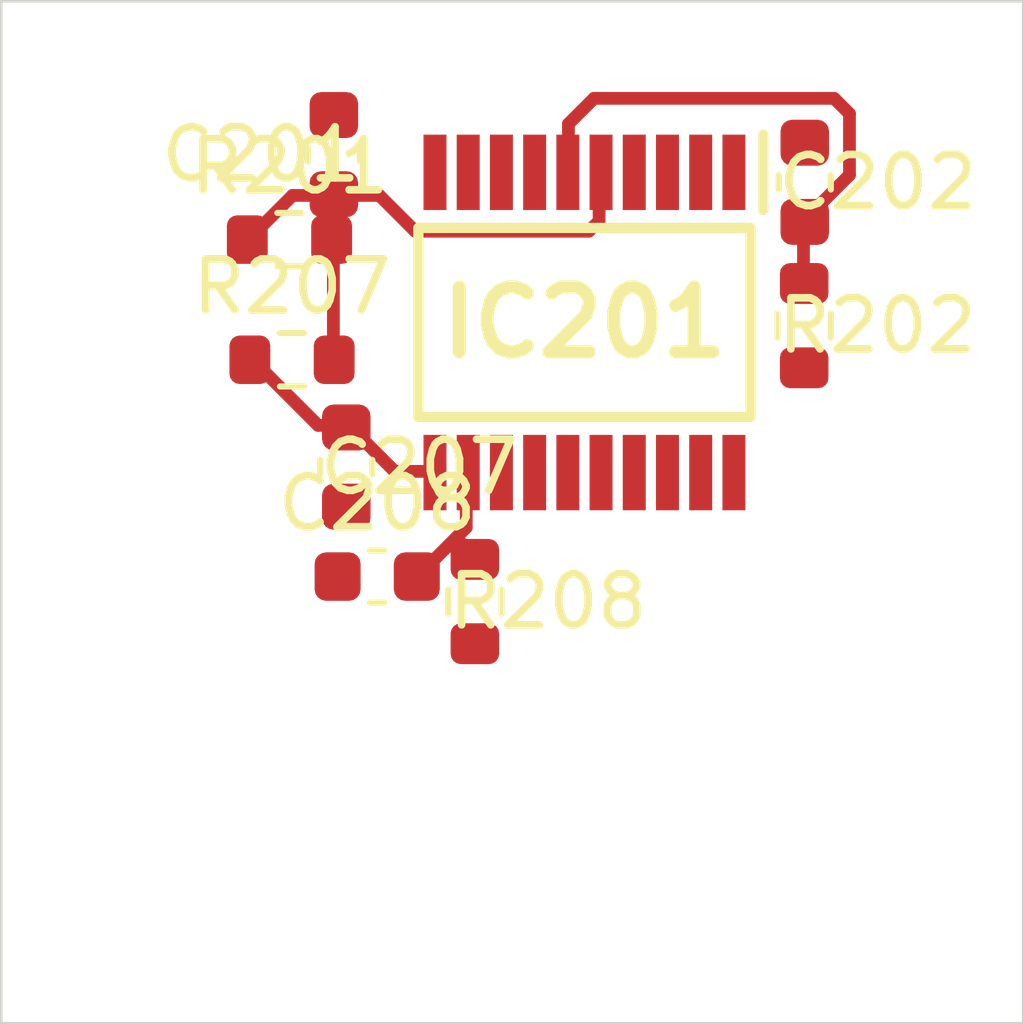
<source format=kicad_pcb>
 ( kicad_pcb  ( version 20171130 )
 ( host pcbnew 5.1.12-84ad8e8a86~92~ubuntu18.04.1 )
 ( general  ( thickness 1.6 )
 ( drawings 4 )
 ( tracks 0 )
 ( zones 0 )
 ( modules 9 )
 ( nets 19 )
)
 ( page A4 )
 ( layers  ( 0 F.Cu signal )
 ( 31 B.Cu signal )
 ( 32 B.Adhes user )
 ( 33 F.Adhes user )
 ( 34 B.Paste user )
 ( 35 F.Paste user )
 ( 36 B.SilkS user )
 ( 37 F.SilkS user )
 ( 38 B.Mask user )
 ( 39 F.Mask user )
 ( 40 Dwgs.User user )
 ( 41 Cmts.User user )
 ( 42 Eco1.User user )
 ( 43 Eco2.User user )
 ( 44 Edge.Cuts user )
 ( 45 Margin user )
 ( 46 B.CrtYd user )
 ( 47 F.CrtYd user )
 ( 48 B.Fab user )
 ( 49 F.Fab user )
)
 ( setup  ( last_trace_width 0.25 )
 ( trace_clearance 0.2 )
 ( zone_clearance 0.508 )
 ( zone_45_only no )
 ( trace_min 0.2 )
 ( via_size 0.8 )
 ( via_drill 0.4 )
 ( via_min_size 0.4 )
 ( via_min_drill 0.3 )
 ( uvia_size 0.3 )
 ( uvia_drill 0.1 )
 ( uvias_allowed no )
 ( uvia_min_size 0.2 )
 ( uvia_min_drill 0.1 )
 ( edge_width 0.05 )
 ( segment_width 0.2 )
 ( pcb_text_width 0.3 )
 ( pcb_text_size 1.5 1.5 )
 ( mod_edge_width 0.12 )
 ( mod_text_size 1 1 )
 ( mod_text_width 0.15 )
 ( pad_size 1.524 1.524 )
 ( pad_drill 0.762 )
 ( pad_to_mask_clearance 0 )
 ( aux_axis_origin 0 0 )
 ( visible_elements FFFFFF7F )
 ( pcbplotparams  ( layerselection 0x010fc_ffffffff )
 ( usegerberextensions false )
 ( usegerberattributes true )
 ( usegerberadvancedattributes true )
 ( creategerberjobfile true )
 ( excludeedgelayer true )
 ( linewidth 0.100000 )
 ( plotframeref false )
 ( viasonmask false )
 ( mode 1 )
 ( useauxorigin false )
 ( hpglpennumber 1 )
 ( hpglpenspeed 20 )
 ( hpglpendiameter 15.000000 )
 ( psnegative false )
 ( psa4output false )
 ( plotreference true )
 ( plotvalue true )
 ( plotinvisibletext false )
 ( padsonsilk false )
 ( subtractmaskfromsilk false )
 ( outputformat 1 )
 ( mirror false )
 ( drillshape 1 )
 ( scaleselection 1 )
 ( outputdirectory "" )
)
)
 ( net 0 "" )
 ( net 1 GND )
 ( net 2 /Sheet6235D886/ch0 )
 ( net 3 /Sheet6235D886/ch1 )
 ( net 4 /Sheet6235D886/ch2 )
 ( net 5 /Sheet6235D886/ch3 )
 ( net 6 /Sheet6235D886/ch4 )
 ( net 7 /Sheet6235D886/ch5 )
 ( net 8 /Sheet6235D886/ch6 )
 ( net 9 /Sheet6235D886/ch7 )
 ( net 10 VDD )
 ( net 11 VDDA )
 ( net 12 /Sheet6235D886/adc_csn )
 ( net 13 /Sheet6235D886/adc_sck )
 ( net 14 /Sheet6235D886/adc_sdi )
 ( net 15 /Sheet6235D886/adc_sdo )
 ( net 16 /Sheet6235D886/vp )
 ( net 17 /Sheet6248AD22/chn0 )
 ( net 18 /Sheet6248AD22/chn3 )
 ( net_class Default "This is the default net class."  ( clearance 0.2 )
 ( trace_width 0.25 )
 ( via_dia 0.8 )
 ( via_drill 0.4 )
 ( uvia_dia 0.3 )
 ( uvia_drill 0.1 )
 ( add_net /Sheet6235D886/adc_csn )
 ( add_net /Sheet6235D886/adc_sck )
 ( add_net /Sheet6235D886/adc_sdi )
 ( add_net /Sheet6235D886/adc_sdo )
 ( add_net /Sheet6235D886/ch0 )
 ( add_net /Sheet6235D886/ch1 )
 ( add_net /Sheet6235D886/ch2 )
 ( add_net /Sheet6235D886/ch3 )
 ( add_net /Sheet6235D886/ch4 )
 ( add_net /Sheet6235D886/ch5 )
 ( add_net /Sheet6235D886/ch6 )
 ( add_net /Sheet6235D886/ch7 )
 ( add_net /Sheet6235D886/vp )
 ( add_net /Sheet6248AD22/chn0 )
 ( add_net /Sheet6248AD22/chn3 )
 ( add_net GND )
 ( add_net VDD )
 ( add_net VDDA )
)
 ( module Capacitor_SMD:C_0603_1608Metric  ( layer F.Cu )
 ( tedit 5F68FEEE )
 ( tstamp 6234222D )
 ( at 86.509100 103.001000 90.000000 )
 ( descr "Capacitor SMD 0603 (1608 Metric), square (rectangular) end terminal, IPC_7351 nominal, (Body size source: IPC-SM-782 page 76, https://www.pcb-3d.com/wordpress/wp-content/uploads/ipc-sm-782a_amendment_1_and_2.pdf), generated with kicad-footprint-generator" )
 ( tags capacitor )
 ( path /6235D887/623691C5 )
 ( attr smd )
 ( fp_text reference C201  ( at 0 -1.43 )
 ( layer F.SilkS )
 ( effects  ( font  ( size 1 1 )
 ( thickness 0.15 )
)
)
)
 ( fp_text value 0.1uF  ( at 0 1.43 )
 ( layer F.Fab )
 ( effects  ( font  ( size 1 1 )
 ( thickness 0.15 )
)
)
)
 ( fp_line  ( start -0.8 0.4 )
 ( end -0.8 -0.4 )
 ( layer F.Fab )
 ( width 0.1 )
)
 ( fp_line  ( start -0.8 -0.4 )
 ( end 0.8 -0.4 )
 ( layer F.Fab )
 ( width 0.1 )
)
 ( fp_line  ( start 0.8 -0.4 )
 ( end 0.8 0.4 )
 ( layer F.Fab )
 ( width 0.1 )
)
 ( fp_line  ( start 0.8 0.4 )
 ( end -0.8 0.4 )
 ( layer F.Fab )
 ( width 0.1 )
)
 ( fp_line  ( start -0.14058 -0.51 )
 ( end 0.14058 -0.51 )
 ( layer F.SilkS )
 ( width 0.12 )
)
 ( fp_line  ( start -0.14058 0.51 )
 ( end 0.14058 0.51 )
 ( layer F.SilkS )
 ( width 0.12 )
)
 ( fp_line  ( start -1.48 0.73 )
 ( end -1.48 -0.73 )
 ( layer F.CrtYd )
 ( width 0.05 )
)
 ( fp_line  ( start -1.48 -0.73 )
 ( end 1.48 -0.73 )
 ( layer F.CrtYd )
 ( width 0.05 )
)
 ( fp_line  ( start 1.48 -0.73 )
 ( end 1.48 0.73 )
 ( layer F.CrtYd )
 ( width 0.05 )
)
 ( fp_line  ( start 1.48 0.73 )
 ( end -1.48 0.73 )
 ( layer F.CrtYd )
 ( width 0.05 )
)
 ( fp_text user %R  ( at 0 0 )
 ( layer F.Fab )
 ( effects  ( font  ( size 0.4 0.4 )
 ( thickness 0.06 )
)
)
)
 ( pad 2 smd roundrect  ( at 0.775 0 90.000000 )
 ( size 0.9 0.95 )
 ( layers F.Cu F.Mask F.Paste )
 ( roundrect_rratio 0.25 )
 ( net 1 GND )
)
 ( pad 1 smd roundrect  ( at -0.775 0 90.000000 )
 ( size 0.9 0.95 )
 ( layers F.Cu F.Mask F.Paste )
 ( roundrect_rratio 0.25 )
 ( net 2 /Sheet6235D886/ch0 )
)
 ( model ${KISYS3DMOD}/Capacitor_SMD.3dshapes/C_0603_1608Metric.wrl  ( at  ( xyz 0 0 0 )
)
 ( scale  ( xyz 1 1 1 )
)
 ( rotate  ( xyz 0 0 0 )
)
)
)
 ( module Capacitor_SMD:C_0603_1608Metric  ( layer F.Cu )
 ( tedit 5F68FEEE )
 ( tstamp 6234223E )
 ( at 95.725300 103.543000 270.000000 )
 ( descr "Capacitor SMD 0603 (1608 Metric), square (rectangular) end terminal, IPC_7351 nominal, (Body size source: IPC-SM-782 page 76, https://www.pcb-3d.com/wordpress/wp-content/uploads/ipc-sm-782a_amendment_1_and_2.pdf), generated with kicad-footprint-generator" )
 ( tags capacitor )
 ( path /6235D887/62369EE0 )
 ( attr smd )
 ( fp_text reference C202  ( at 0 -1.43 )
 ( layer F.SilkS )
 ( effects  ( font  ( size 1 1 )
 ( thickness 0.15 )
)
)
)
 ( fp_text value 0.1uF  ( at 0 1.43 )
 ( layer F.Fab )
 ( effects  ( font  ( size 1 1 )
 ( thickness 0.15 )
)
)
)
 ( fp_line  ( start 1.48 0.73 )
 ( end -1.48 0.73 )
 ( layer F.CrtYd )
 ( width 0.05 )
)
 ( fp_line  ( start 1.48 -0.73 )
 ( end 1.48 0.73 )
 ( layer F.CrtYd )
 ( width 0.05 )
)
 ( fp_line  ( start -1.48 -0.73 )
 ( end 1.48 -0.73 )
 ( layer F.CrtYd )
 ( width 0.05 )
)
 ( fp_line  ( start -1.48 0.73 )
 ( end -1.48 -0.73 )
 ( layer F.CrtYd )
 ( width 0.05 )
)
 ( fp_line  ( start -0.14058 0.51 )
 ( end 0.14058 0.51 )
 ( layer F.SilkS )
 ( width 0.12 )
)
 ( fp_line  ( start -0.14058 -0.51 )
 ( end 0.14058 -0.51 )
 ( layer F.SilkS )
 ( width 0.12 )
)
 ( fp_line  ( start 0.8 0.4 )
 ( end -0.8 0.4 )
 ( layer F.Fab )
 ( width 0.1 )
)
 ( fp_line  ( start 0.8 -0.4 )
 ( end 0.8 0.4 )
 ( layer F.Fab )
 ( width 0.1 )
)
 ( fp_line  ( start -0.8 -0.4 )
 ( end 0.8 -0.4 )
 ( layer F.Fab )
 ( width 0.1 )
)
 ( fp_line  ( start -0.8 0.4 )
 ( end -0.8 -0.4 )
 ( layer F.Fab )
 ( width 0.1 )
)
 ( fp_text user %R  ( at 0 0 )
 ( layer F.Fab )
 ( effects  ( font  ( size 0.4 0.4 )
 ( thickness 0.06 )
)
)
)
 ( pad 1 smd roundrect  ( at -0.775 0 270.000000 )
 ( size 0.9 0.95 )
 ( layers F.Cu F.Mask F.Paste )
 ( roundrect_rratio 0.25 )
 ( net 1 GND )
)
 ( pad 2 smd roundrect  ( at 0.775 0 270.000000 )
 ( size 0.9 0.95 )
 ( layers F.Cu F.Mask F.Paste )
 ( roundrect_rratio 0.25 )
 ( net 3 /Sheet6235D886/ch1 )
)
 ( model ${KISYS3DMOD}/Capacitor_SMD.3dshapes/C_0603_1608Metric.wrl  ( at  ( xyz 0 0 0 )
)
 ( scale  ( xyz 1 1 1 )
)
 ( rotate  ( xyz 0 0 0 )
)
)
)
 ( module Capacitor_SMD:C_0603_1608Metric  ( layer F.Cu )
 ( tedit 5F68FEEE )
 ( tstamp 62342293 )
 ( at 86.751900 109.116000 270.000000 )
 ( descr "Capacitor SMD 0603 (1608 Metric), square (rectangular) end terminal, IPC_7351 nominal, (Body size source: IPC-SM-782 page 76, https://www.pcb-3d.com/wordpress/wp-content/uploads/ipc-sm-782a_amendment_1_and_2.pdf), generated with kicad-footprint-generator" )
 ( tags capacitor )
 ( path /6235D887/6238B3FE )
 ( attr smd )
 ( fp_text reference C207  ( at 0 -1.43 )
 ( layer F.SilkS )
 ( effects  ( font  ( size 1 1 )
 ( thickness 0.15 )
)
)
)
 ( fp_text value 0.1uF  ( at 0 1.43 )
 ( layer F.Fab )
 ( effects  ( font  ( size 1 1 )
 ( thickness 0.15 )
)
)
)
 ( fp_line  ( start -0.8 0.4 )
 ( end -0.8 -0.4 )
 ( layer F.Fab )
 ( width 0.1 )
)
 ( fp_line  ( start -0.8 -0.4 )
 ( end 0.8 -0.4 )
 ( layer F.Fab )
 ( width 0.1 )
)
 ( fp_line  ( start 0.8 -0.4 )
 ( end 0.8 0.4 )
 ( layer F.Fab )
 ( width 0.1 )
)
 ( fp_line  ( start 0.8 0.4 )
 ( end -0.8 0.4 )
 ( layer F.Fab )
 ( width 0.1 )
)
 ( fp_line  ( start -0.14058 -0.51 )
 ( end 0.14058 -0.51 )
 ( layer F.SilkS )
 ( width 0.12 )
)
 ( fp_line  ( start -0.14058 0.51 )
 ( end 0.14058 0.51 )
 ( layer F.SilkS )
 ( width 0.12 )
)
 ( fp_line  ( start -1.48 0.73 )
 ( end -1.48 -0.73 )
 ( layer F.CrtYd )
 ( width 0.05 )
)
 ( fp_line  ( start -1.48 -0.73 )
 ( end 1.48 -0.73 )
 ( layer F.CrtYd )
 ( width 0.05 )
)
 ( fp_line  ( start 1.48 -0.73 )
 ( end 1.48 0.73 )
 ( layer F.CrtYd )
 ( width 0.05 )
)
 ( fp_line  ( start 1.48 0.73 )
 ( end -1.48 0.73 )
 ( layer F.CrtYd )
 ( width 0.05 )
)
 ( fp_text user %R  ( at 0 0 )
 ( layer F.Fab )
 ( effects  ( font  ( size 0.4 0.4 )
 ( thickness 0.06 )
)
)
)
 ( pad 2 smd roundrect  ( at 0.775 0 270.000000 )
 ( size 0.9 0.95 )
 ( layers F.Cu F.Mask F.Paste )
 ( roundrect_rratio 0.25 )
 ( net 1 GND )
)
 ( pad 1 smd roundrect  ( at -0.775 0 270.000000 )
 ( size 0.9 0.95 )
 ( layers F.Cu F.Mask F.Paste )
 ( roundrect_rratio 0.25 )
 ( net 8 /Sheet6235D886/ch6 )
)
 ( model ${KISYS3DMOD}/Capacitor_SMD.3dshapes/C_0603_1608Metric.wrl  ( at  ( xyz 0 0 0 )
)
 ( scale  ( xyz 1 1 1 )
)
 ( rotate  ( xyz 0 0 0 )
)
)
)
 ( module Capacitor_SMD:C_0603_1608Metric  ( layer F.Cu )
 ( tedit 5F68FEEE )
 ( tstamp 623422A4 )
 ( at 87.357300 111.259000 )
 ( descr "Capacitor SMD 0603 (1608 Metric), square (rectangular) end terminal, IPC_7351 nominal, (Body size source: IPC-SM-782 page 76, https://www.pcb-3d.com/wordpress/wp-content/uploads/ipc-sm-782a_amendment_1_and_2.pdf), generated with kicad-footprint-generator" )
 ( tags capacitor )
 ( path /6235D887/6238B404 )
 ( attr smd )
 ( fp_text reference C208  ( at 0 -1.43 )
 ( layer F.SilkS )
 ( effects  ( font  ( size 1 1 )
 ( thickness 0.15 )
)
)
)
 ( fp_text value 0.1uF  ( at 0 1.43 )
 ( layer F.Fab )
 ( effects  ( font  ( size 1 1 )
 ( thickness 0.15 )
)
)
)
 ( fp_line  ( start 1.48 0.73 )
 ( end -1.48 0.73 )
 ( layer F.CrtYd )
 ( width 0.05 )
)
 ( fp_line  ( start 1.48 -0.73 )
 ( end 1.48 0.73 )
 ( layer F.CrtYd )
 ( width 0.05 )
)
 ( fp_line  ( start -1.48 -0.73 )
 ( end 1.48 -0.73 )
 ( layer F.CrtYd )
 ( width 0.05 )
)
 ( fp_line  ( start -1.48 0.73 )
 ( end -1.48 -0.73 )
 ( layer F.CrtYd )
 ( width 0.05 )
)
 ( fp_line  ( start -0.14058 0.51 )
 ( end 0.14058 0.51 )
 ( layer F.SilkS )
 ( width 0.12 )
)
 ( fp_line  ( start -0.14058 -0.51 )
 ( end 0.14058 -0.51 )
 ( layer F.SilkS )
 ( width 0.12 )
)
 ( fp_line  ( start 0.8 0.4 )
 ( end -0.8 0.4 )
 ( layer F.Fab )
 ( width 0.1 )
)
 ( fp_line  ( start 0.8 -0.4 )
 ( end 0.8 0.4 )
 ( layer F.Fab )
 ( width 0.1 )
)
 ( fp_line  ( start -0.8 -0.4 )
 ( end 0.8 -0.4 )
 ( layer F.Fab )
 ( width 0.1 )
)
 ( fp_line  ( start -0.8 0.4 )
 ( end -0.8 -0.4 )
 ( layer F.Fab )
 ( width 0.1 )
)
 ( fp_text user %R  ( at 0 0 )
 ( layer F.Fab )
 ( effects  ( font  ( size 0.4 0.4 )
 ( thickness 0.06 )
)
)
)
 ( pad 1 smd roundrect  ( at -0.775 0 )
 ( size 0.9 0.95 )
 ( layers F.Cu F.Mask F.Paste )
 ( roundrect_rratio 0.25 )
 ( net 1 GND )
)
 ( pad 2 smd roundrect  ( at 0.775 0 )
 ( size 0.9 0.95 )
 ( layers F.Cu F.Mask F.Paste )
 ( roundrect_rratio 0.25 )
 ( net 9 /Sheet6235D886/ch7 )
)
 ( model ${KISYS3DMOD}/Capacitor_SMD.3dshapes/C_0603_1608Metric.wrl  ( at  ( xyz 0 0 0 )
)
 ( scale  ( xyz 1 1 1 )
)
 ( rotate  ( xyz 0 0 0 )
)
)
)
 ( module MCP3564R-E_ST:SOP65P640X120-20N locked  ( layer F.Cu )
 ( tedit 623351C2 )
 ( tstamp 623423D6 )
 ( at 91.413300 106.286000 270.000000 )
 ( descr "20-Lead Plastic Thin Shrink Small Outline (ST) - 4.4mm body [TSSOP]" )
 ( tags "Integrated Circuit" )
 ( path /6235D887/6235E071 )
 ( attr smd )
 ( fp_text reference IC201  ( at 0 0 )
 ( layer F.SilkS )
 ( effects  ( font  ( size 1.27 1.27 )
 ( thickness 0.254 )
)
)
)
 ( fp_text value MCP3564R-E_ST  ( at 0 0 )
 ( layer F.SilkS )
hide  ( effects  ( font  ( size 1.27 1.27 )
 ( thickness 0.254 )
)
)
)
 ( fp_line  ( start -3.925 -3.55 )
 ( end 3.925 -3.55 )
 ( layer Dwgs.User )
 ( width 0.05 )
)
 ( fp_line  ( start 3.925 -3.55 )
 ( end 3.925 3.55 )
 ( layer Dwgs.User )
 ( width 0.05 )
)
 ( fp_line  ( start 3.925 3.55 )
 ( end -3.925 3.55 )
 ( layer Dwgs.User )
 ( width 0.05 )
)
 ( fp_line  ( start -3.925 3.55 )
 ( end -3.925 -3.55 )
 ( layer Dwgs.User )
 ( width 0.05 )
)
 ( fp_line  ( start -2.2 -3.25 )
 ( end 2.2 -3.25 )
 ( layer Dwgs.User )
 ( width 0.1 )
)
 ( fp_line  ( start 2.2 -3.25 )
 ( end 2.2 3.25 )
 ( layer Dwgs.User )
 ( width 0.1 )
)
 ( fp_line  ( start 2.2 3.25 )
 ( end -2.2 3.25 )
 ( layer Dwgs.User )
 ( width 0.1 )
)
 ( fp_line  ( start -2.2 3.25 )
 ( end -2.2 -3.25 )
 ( layer Dwgs.User )
 ( width 0.1 )
)
 ( fp_line  ( start -2.2 -2.6 )
 ( end -1.55 -3.25 )
 ( layer Dwgs.User )
 ( width 0.1 )
)
 ( fp_line  ( start -1.85 -3.25 )
 ( end 1.85 -3.25 )
 ( layer F.SilkS )
 ( width 0.2 )
)
 ( fp_line  ( start 1.85 -3.25 )
 ( end 1.85 3.25 )
 ( layer F.SilkS )
 ( width 0.2 )
)
 ( fp_line  ( start 1.85 3.25 )
 ( end -1.85 3.25 )
 ( layer F.SilkS )
 ( width 0.2 )
)
 ( fp_line  ( start -1.85 3.25 )
 ( end -1.85 -3.25 )
 ( layer F.SilkS )
 ( width 0.2 )
)
 ( fp_line  ( start -3.675 -3.5 )
 ( end -2.2 -3.5 )
 ( layer F.SilkS )
 ( width 0.2 )
)
 ( pad 1 smd rect  ( at -2.938 -2.925 )
 ( size 0.45 1.475 )
 ( layers F.Cu F.Mask F.Paste )
 ( net 11 VDDA )
)
 ( pad 2 smd rect  ( at -2.938 -2.275 )
 ( size 0.45 1.475 )
 ( layers F.Cu F.Mask F.Paste )
 ( net 1 GND )
)
 ( pad 3 smd rect  ( at -2.938 -1.625 )
 ( size 0.45 1.475 )
 ( layers F.Cu F.Mask F.Paste )
 ( net 1 GND )
)
 ( pad 4 smd rect  ( at -2.938 -0.975 )
 ( size 0.45 1.475 )
 ( layers F.Cu F.Mask F.Paste )
)
 ( pad 5 smd rect  ( at -2.938 -0.325 )
 ( size 0.45 1.475 )
 ( layers F.Cu F.Mask F.Paste )
 ( net 2 /Sheet6235D886/ch0 )
)
 ( pad 6 smd rect  ( at -2.938 0.325 )
 ( size 0.45 1.475 )
 ( layers F.Cu F.Mask F.Paste )
 ( net 3 /Sheet6235D886/ch1 )
)
 ( pad 7 smd rect  ( at -2.938 0.975 )
 ( size 0.45 1.475 )
 ( layers F.Cu F.Mask F.Paste )
 ( net 4 /Sheet6235D886/ch2 )
)
 ( pad 8 smd rect  ( at -2.938 1.625 )
 ( size 0.45 1.475 )
 ( layers F.Cu F.Mask F.Paste )
 ( net 5 /Sheet6235D886/ch3 )
)
 ( pad 9 smd rect  ( at -2.938 2.275 )
 ( size 0.45 1.475 )
 ( layers F.Cu F.Mask F.Paste )
 ( net 6 /Sheet6235D886/ch4 )
)
 ( pad 10 smd rect  ( at -2.938 2.925 )
 ( size 0.45 1.475 )
 ( layers F.Cu F.Mask F.Paste )
 ( net 7 /Sheet6235D886/ch5 )
)
 ( pad 11 smd rect  ( at 2.938 2.925 )
 ( size 0.45 1.475 )
 ( layers F.Cu F.Mask F.Paste )
 ( net 8 /Sheet6235D886/ch6 )
)
 ( pad 12 smd rect  ( at 2.938 2.275 )
 ( size 0.45 1.475 )
 ( layers F.Cu F.Mask F.Paste )
 ( net 9 /Sheet6235D886/ch7 )
)
 ( pad 13 smd rect  ( at 2.938 1.625 )
 ( size 0.45 1.475 )
 ( layers F.Cu F.Mask F.Paste )
 ( net 12 /Sheet6235D886/adc_csn )
)
 ( pad 14 smd rect  ( at 2.938 0.975 )
 ( size 0.45 1.475 )
 ( layers F.Cu F.Mask F.Paste )
 ( net 13 /Sheet6235D886/adc_sck )
)
 ( pad 15 smd rect  ( at 2.938 0.325 )
 ( size 0.45 1.475 )
 ( layers F.Cu F.Mask F.Paste )
 ( net 14 /Sheet6235D886/adc_sdi )
)
 ( pad 16 smd rect  ( at 2.938 -0.325 )
 ( size 0.45 1.475 )
 ( layers F.Cu F.Mask F.Paste )
 ( net 15 /Sheet6235D886/adc_sdo )
)
 ( pad 17 smd rect  ( at 2.938 -0.975 )
 ( size 0.45 1.475 )
 ( layers F.Cu F.Mask F.Paste )
)
 ( pad 18 smd rect  ( at 2.938 -1.625 )
 ( size 0.45 1.475 )
 ( layers F.Cu F.Mask F.Paste )
)
 ( pad 19 smd rect  ( at 2.938 -2.275 )
 ( size 0.45 1.475 )
 ( layers F.Cu F.Mask F.Paste )
 ( net 1 GND )
)
 ( pad 20 smd rect  ( at 2.938 -2.925 )
 ( size 0.45 1.475 )
 ( layers F.Cu F.Mask F.Paste )
 ( net 10 VDD )
)
)
 ( module Resistor_SMD:R_0603_1608Metric  ( layer F.Cu )
 ( tedit 5F68FEEE )
 ( tstamp 6234250D )
 ( at 85.640200 104.664000 )
 ( descr "Resistor SMD 0603 (1608 Metric), square (rectangular) end terminal, IPC_7351 nominal, (Body size source: IPC-SM-782 page 72, https://www.pcb-3d.com/wordpress/wp-content/uploads/ipc-sm-782a_amendment_1_and_2.pdf), generated with kicad-footprint-generator" )
 ( tags resistor )
 ( path /6235D887/623641B7 )
 ( attr smd )
 ( fp_text reference R201  ( at 0 -1.43 )
 ( layer F.SilkS )
 ( effects  ( font  ( size 1 1 )
 ( thickness 0.15 )
)
)
)
 ( fp_text value 1k  ( at 0 1.43 )
 ( layer F.Fab )
 ( effects  ( font  ( size 1 1 )
 ( thickness 0.15 )
)
)
)
 ( fp_line  ( start -0.8 0.4125 )
 ( end -0.8 -0.4125 )
 ( layer F.Fab )
 ( width 0.1 )
)
 ( fp_line  ( start -0.8 -0.4125 )
 ( end 0.8 -0.4125 )
 ( layer F.Fab )
 ( width 0.1 )
)
 ( fp_line  ( start 0.8 -0.4125 )
 ( end 0.8 0.4125 )
 ( layer F.Fab )
 ( width 0.1 )
)
 ( fp_line  ( start 0.8 0.4125 )
 ( end -0.8 0.4125 )
 ( layer F.Fab )
 ( width 0.1 )
)
 ( fp_line  ( start -0.237258 -0.5225 )
 ( end 0.237258 -0.5225 )
 ( layer F.SilkS )
 ( width 0.12 )
)
 ( fp_line  ( start -0.237258 0.5225 )
 ( end 0.237258 0.5225 )
 ( layer F.SilkS )
 ( width 0.12 )
)
 ( fp_line  ( start -1.48 0.73 )
 ( end -1.48 -0.73 )
 ( layer F.CrtYd )
 ( width 0.05 )
)
 ( fp_line  ( start -1.48 -0.73 )
 ( end 1.48 -0.73 )
 ( layer F.CrtYd )
 ( width 0.05 )
)
 ( fp_line  ( start 1.48 -0.73 )
 ( end 1.48 0.73 )
 ( layer F.CrtYd )
 ( width 0.05 )
)
 ( fp_line  ( start 1.48 0.73 )
 ( end -1.48 0.73 )
 ( layer F.CrtYd )
 ( width 0.05 )
)
 ( fp_text user %R  ( at 0 0 )
 ( layer F.Fab )
 ( effects  ( font  ( size 0.4 0.4 )
 ( thickness 0.06 )
)
)
)
 ( pad 2 smd roundrect  ( at 0.825 0 )
 ( size 0.8 0.95 )
 ( layers F.Cu F.Mask F.Paste )
 ( roundrect_rratio 0.25 )
 ( net 16 /Sheet6235D886/vp )
)
 ( pad 1 smd roundrect  ( at -0.825 0 )
 ( size 0.8 0.95 )
 ( layers F.Cu F.Mask F.Paste )
 ( roundrect_rratio 0.25 )
 ( net 2 /Sheet6235D886/ch0 )
)
 ( model ${KISYS3DMOD}/Resistor_SMD.3dshapes/R_0603_1608Metric.wrl  ( at  ( xyz 0 0 0 )
)
 ( scale  ( xyz 1 1 1 )
)
 ( rotate  ( xyz 0 0 0 )
)
)
)
 ( module Resistor_SMD:R_0603_1608Metric  ( layer F.Cu )
 ( tedit 5F68FEEE )
 ( tstamp 6234251E )
 ( at 95.713700 106.348000 270.000000 )
 ( descr "Resistor SMD 0603 (1608 Metric), square (rectangular) end terminal, IPC_7351 nominal, (Body size source: IPC-SM-782 page 72, https://www.pcb-3d.com/wordpress/wp-content/uploads/ipc-sm-782a_amendment_1_and_2.pdf), generated with kicad-footprint-generator" )
 ( tags resistor )
 ( path /6235D887/6236A646 )
 ( attr smd )
 ( fp_text reference R202  ( at 0 -1.43 )
 ( layer F.SilkS )
 ( effects  ( font  ( size 1 1 )
 ( thickness 0.15 )
)
)
)
 ( fp_text value 1k  ( at 0 1.43 )
 ( layer F.Fab )
 ( effects  ( font  ( size 1 1 )
 ( thickness 0.15 )
)
)
)
 ( fp_line  ( start 1.48 0.73 )
 ( end -1.48 0.73 )
 ( layer F.CrtYd )
 ( width 0.05 )
)
 ( fp_line  ( start 1.48 -0.73 )
 ( end 1.48 0.73 )
 ( layer F.CrtYd )
 ( width 0.05 )
)
 ( fp_line  ( start -1.48 -0.73 )
 ( end 1.48 -0.73 )
 ( layer F.CrtYd )
 ( width 0.05 )
)
 ( fp_line  ( start -1.48 0.73 )
 ( end -1.48 -0.73 )
 ( layer F.CrtYd )
 ( width 0.05 )
)
 ( fp_line  ( start -0.237258 0.5225 )
 ( end 0.237258 0.5225 )
 ( layer F.SilkS )
 ( width 0.12 )
)
 ( fp_line  ( start -0.237258 -0.5225 )
 ( end 0.237258 -0.5225 )
 ( layer F.SilkS )
 ( width 0.12 )
)
 ( fp_line  ( start 0.8 0.4125 )
 ( end -0.8 0.4125 )
 ( layer F.Fab )
 ( width 0.1 )
)
 ( fp_line  ( start 0.8 -0.4125 )
 ( end 0.8 0.4125 )
 ( layer F.Fab )
 ( width 0.1 )
)
 ( fp_line  ( start -0.8 -0.4125 )
 ( end 0.8 -0.4125 )
 ( layer F.Fab )
 ( width 0.1 )
)
 ( fp_line  ( start -0.8 0.4125 )
 ( end -0.8 -0.4125 )
 ( layer F.Fab )
 ( width 0.1 )
)
 ( fp_text user %R  ( at 0 0 )
 ( layer F.Fab )
 ( effects  ( font  ( size 0.4 0.4 )
 ( thickness 0.06 )
)
)
)
 ( pad 1 smd roundrect  ( at -0.825 0 270.000000 )
 ( size 0.8 0.95 )
 ( layers F.Cu F.Mask F.Paste )
 ( roundrect_rratio 0.25 )
 ( net 3 /Sheet6235D886/ch1 )
)
 ( pad 2 smd roundrect  ( at 0.825 0 270.000000 )
 ( size 0.8 0.95 )
 ( layers F.Cu F.Mask F.Paste )
 ( roundrect_rratio 0.25 )
 ( net 17 /Sheet6248AD22/chn0 )
)
 ( model ${KISYS3DMOD}/Resistor_SMD.3dshapes/R_0603_1608Metric.wrl  ( at  ( xyz 0 0 0 )
)
 ( scale  ( xyz 1 1 1 )
)
 ( rotate  ( xyz 0 0 0 )
)
)
)
 ( module Resistor_SMD:R_0603_1608Metric  ( layer F.Cu )
 ( tedit 5F68FEEE )
 ( tstamp 62342573 )
 ( at 85.690300 107.016000 )
 ( descr "Resistor SMD 0603 (1608 Metric), square (rectangular) end terminal, IPC_7351 nominal, (Body size source: IPC-SM-782 page 72, https://www.pcb-3d.com/wordpress/wp-content/uploads/ipc-sm-782a_amendment_1_and_2.pdf), generated with kicad-footprint-generator" )
 ( tags resistor )
 ( path /6235D887/6238B3F8 )
 ( attr smd )
 ( fp_text reference R207  ( at 0 -1.43 )
 ( layer F.SilkS )
 ( effects  ( font  ( size 1 1 )
 ( thickness 0.15 )
)
)
)
 ( fp_text value 1k  ( at 0 1.43 )
 ( layer F.Fab )
 ( effects  ( font  ( size 1 1 )
 ( thickness 0.15 )
)
)
)
 ( fp_line  ( start -0.8 0.4125 )
 ( end -0.8 -0.4125 )
 ( layer F.Fab )
 ( width 0.1 )
)
 ( fp_line  ( start -0.8 -0.4125 )
 ( end 0.8 -0.4125 )
 ( layer F.Fab )
 ( width 0.1 )
)
 ( fp_line  ( start 0.8 -0.4125 )
 ( end 0.8 0.4125 )
 ( layer F.Fab )
 ( width 0.1 )
)
 ( fp_line  ( start 0.8 0.4125 )
 ( end -0.8 0.4125 )
 ( layer F.Fab )
 ( width 0.1 )
)
 ( fp_line  ( start -0.237258 -0.5225 )
 ( end 0.237258 -0.5225 )
 ( layer F.SilkS )
 ( width 0.12 )
)
 ( fp_line  ( start -0.237258 0.5225 )
 ( end 0.237258 0.5225 )
 ( layer F.SilkS )
 ( width 0.12 )
)
 ( fp_line  ( start -1.48 0.73 )
 ( end -1.48 -0.73 )
 ( layer F.CrtYd )
 ( width 0.05 )
)
 ( fp_line  ( start -1.48 -0.73 )
 ( end 1.48 -0.73 )
 ( layer F.CrtYd )
 ( width 0.05 )
)
 ( fp_line  ( start 1.48 -0.73 )
 ( end 1.48 0.73 )
 ( layer F.CrtYd )
 ( width 0.05 )
)
 ( fp_line  ( start 1.48 0.73 )
 ( end -1.48 0.73 )
 ( layer F.CrtYd )
 ( width 0.05 )
)
 ( fp_text user %R  ( at 0 0 )
 ( layer F.Fab )
 ( effects  ( font  ( size 0.4 0.4 )
 ( thickness 0.06 )
)
)
)
 ( pad 2 smd roundrect  ( at 0.825 0 )
 ( size 0.8 0.95 )
 ( layers F.Cu F.Mask F.Paste )
 ( roundrect_rratio 0.25 )
 ( net 16 /Sheet6235D886/vp )
)
 ( pad 1 smd roundrect  ( at -0.825 0 )
 ( size 0.8 0.95 )
 ( layers F.Cu F.Mask F.Paste )
 ( roundrect_rratio 0.25 )
 ( net 8 /Sheet6235D886/ch6 )
)
 ( model ${KISYS3DMOD}/Resistor_SMD.3dshapes/R_0603_1608Metric.wrl  ( at  ( xyz 0 0 0 )
)
 ( scale  ( xyz 1 1 1 )
)
 ( rotate  ( xyz 0 0 0 )
)
)
)
 ( module Resistor_SMD:R_0603_1608Metric  ( layer F.Cu )
 ( tedit 5F68FEEE )
 ( tstamp 62342584 )
 ( at 89.268800 111.748000 270.000000 )
 ( descr "Resistor SMD 0603 (1608 Metric), square (rectangular) end terminal, IPC_7351 nominal, (Body size source: IPC-SM-782 page 72, https://www.pcb-3d.com/wordpress/wp-content/uploads/ipc-sm-782a_amendment_1_and_2.pdf), generated with kicad-footprint-generator" )
 ( tags resistor )
 ( path /6235D887/6238B40A )
 ( attr smd )
 ( fp_text reference R208  ( at 0 -1.43 )
 ( layer F.SilkS )
 ( effects  ( font  ( size 1 1 )
 ( thickness 0.15 )
)
)
)
 ( fp_text value 1k  ( at 0 1.43 )
 ( layer F.Fab )
 ( effects  ( font  ( size 1 1 )
 ( thickness 0.15 )
)
)
)
 ( fp_line  ( start 1.48 0.73 )
 ( end -1.48 0.73 )
 ( layer F.CrtYd )
 ( width 0.05 )
)
 ( fp_line  ( start 1.48 -0.73 )
 ( end 1.48 0.73 )
 ( layer F.CrtYd )
 ( width 0.05 )
)
 ( fp_line  ( start -1.48 -0.73 )
 ( end 1.48 -0.73 )
 ( layer F.CrtYd )
 ( width 0.05 )
)
 ( fp_line  ( start -1.48 0.73 )
 ( end -1.48 -0.73 )
 ( layer F.CrtYd )
 ( width 0.05 )
)
 ( fp_line  ( start -0.237258 0.5225 )
 ( end 0.237258 0.5225 )
 ( layer F.SilkS )
 ( width 0.12 )
)
 ( fp_line  ( start -0.237258 -0.5225 )
 ( end 0.237258 -0.5225 )
 ( layer F.SilkS )
 ( width 0.12 )
)
 ( fp_line  ( start 0.8 0.4125 )
 ( end -0.8 0.4125 )
 ( layer F.Fab )
 ( width 0.1 )
)
 ( fp_line  ( start 0.8 -0.4125 )
 ( end 0.8 0.4125 )
 ( layer F.Fab )
 ( width 0.1 )
)
 ( fp_line  ( start -0.8 -0.4125 )
 ( end 0.8 -0.4125 )
 ( layer F.Fab )
 ( width 0.1 )
)
 ( fp_line  ( start -0.8 0.4125 )
 ( end -0.8 -0.4125 )
 ( layer F.Fab )
 ( width 0.1 )
)
 ( fp_text user %R  ( at 0 0 )
 ( layer F.Fab )
 ( effects  ( font  ( size 0.4 0.4 )
 ( thickness 0.06 )
)
)
)
 ( pad 1 smd roundrect  ( at -0.825 0 270.000000 )
 ( size 0.8 0.95 )
 ( layers F.Cu F.Mask F.Paste )
 ( roundrect_rratio 0.25 )
 ( net 9 /Sheet6235D886/ch7 )
)
 ( pad 2 smd roundrect  ( at 0.825 0 270.000000 )
 ( size 0.8 0.95 )
 ( layers F.Cu F.Mask F.Paste )
 ( roundrect_rratio 0.25 )
 ( net 18 /Sheet6248AD22/chn3 )
)
 ( model ${KISYS3DMOD}/Resistor_SMD.3dshapes/R_0603_1608Metric.wrl  ( at  ( xyz 0 0 0 )
)
 ( scale  ( xyz 1 1 1 )
)
 ( rotate  ( xyz 0 0 0 )
)
)
)
 ( gr_line  ( start 100 100 )
 ( end 100 120 )
 ( layer Edge.Cuts )
 ( width 0.05 )
 ( tstamp 62E770C4 )
)
 ( gr_line  ( start 80 120 )
 ( end 100 120 )
 ( layer Edge.Cuts )
 ( width 0.05 )
 ( tstamp 62E770C0 )
)
 ( gr_line  ( start 80 100 )
 ( end 100 100 )
 ( layer Edge.Cuts )
 ( width 0.05 )
 ( tstamp 6234110C )
)
 ( gr_line  ( start 80 100 )
 ( end 80 120 )
 ( layer Edge.Cuts )
 ( width 0.05 )
)
 ( segment  ( start 91.700001 103.300002 )
 ( end 91.700001 104.300002 )
 ( width 0.250000 )
 ( layer F.Cu )
 ( net 2 )
)
 ( segment  ( start 91.700001 104.300002 )
 ( end 91.500001 104.500002 )
 ( width 0.250000 )
 ( layer F.Cu )
 ( net 2 )
)
 ( segment  ( start 91.500001 104.500002 )
 ( end 88.100001 104.500002 )
 ( width 0.250000 )
 ( layer F.Cu )
 ( net 2 )
)
 ( segment  ( start 88.100001 104.500002 )
 ( end 87.400001 103.800002 )
 ( width 0.250000 )
 ( layer F.Cu )
 ( net 2 )
)
 ( segment  ( start 87.400001 103.800002 )
 ( end 86.500001 103.800002 )
 ( width 0.250000 )
 ( layer F.Cu )
 ( net 2 )
)
 ( segment  ( start 84.800001 104.700002 )
 ( end 85.700001 103.800002 )
 ( width 0.250000 )
 ( layer F.Cu )
 ( net 2 )
)
 ( segment  ( start 85.700001 103.800002 )
 ( end 86.500001 103.800002 )
 ( width 0.250000 )
 ( layer F.Cu )
 ( net 2 )
)
 ( segment  ( start 91.100001 103.300002 )
 ( end 91.100001 102.400002 )
 ( width 0.250000 )
 ( layer F.Cu )
 ( net 3 )
)
 ( segment  ( start 91.100001 102.400002 )
 ( end 91.600001 101.900002 )
 ( width 0.250000 )
 ( layer F.Cu )
 ( net 3 )
)
 ( segment  ( start 91.600001 101.900002 )
 ( end 96.300001 101.900002 )
 ( width 0.250000 )
 ( layer F.Cu )
 ( net 3 )
)
 ( segment  ( start 96.300001 101.900002 )
 ( end 96.600001 102.200002 )
 ( width 0.250000 )
 ( layer F.Cu )
 ( net 3 )
)
 ( segment  ( start 96.600001 102.200002 )
 ( end 96.600001 103.400002 )
 ( width 0.250000 )
 ( layer F.Cu )
 ( net 3 )
)
 ( segment  ( start 96.600001 103.400002 )
 ( end 95.700001 104.300002 )
 ( width 0.250000 )
 ( layer F.Cu )
 ( net 3 )
)
 ( segment  ( start 95.700001 105.500002 )
 ( end 95.700001 104.300002 )
 ( width 0.250000 )
 ( layer F.Cu )
 ( net 3 )
)
 ( segment  ( start 88.500001 109.200002 )
 ( end 87.700001 109.200002 )
 ( width 0.250000 )
 ( layer F.Cu )
 ( net 8 )
)
 ( segment  ( start 87.700001 109.200002 )
 ( end 86.800001 108.300002 )
 ( width 0.250000 )
 ( layer F.Cu )
 ( net 8 )
)
 ( segment  ( start 84.900001 107.000002 )
 ( end 86.200001 108.300002 )
 ( width 0.250000 )
 ( layer F.Cu )
 ( net 8 )
)
 ( segment  ( start 86.200001 108.300002 )
 ( end 86.800001 108.300002 )
 ( width 0.250000 )
 ( layer F.Cu )
 ( net 8 )
)
 ( segment  ( start 89.100001 109.200002 )
 ( end 89.100001 110.300002 )
 ( width 0.250000 )
 ( layer F.Cu )
 ( net 9 )
)
 ( segment  ( start 89.100001 110.300002 )
 ( end 88.100001 111.300002 )
 ( width 0.250000 )
 ( layer F.Cu )
 ( net 9 )
)
 ( segment  ( start 89.300001 110.900002 )
 ( end 88.900001 110.500002 )
 ( width 0.250000 )
 ( layer F.Cu )
 ( net 9 )
)
 ( segment  ( start 86.500001 107.000002 )
 ( end 86.500001 104.700002 )
 ( width 0.250000 )
 ( layer F.Cu )
 ( net 16 )
)
)

</source>
